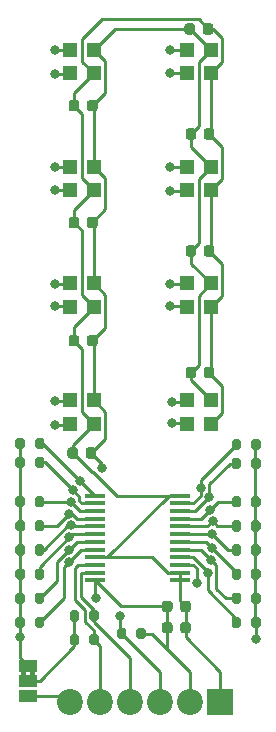
<source format=gtl>
%TF.GenerationSoftware,KiCad,Pcbnew,(5.1.12)-1*%
%TF.CreationDate,2022-08-18T12:31:04-07:00*%
%TF.ProjectId,HighPressureSensorArray,48696768-5072-4657-9373-75726553656e,rev?*%
%TF.SameCoordinates,Original*%
%TF.FileFunction,Copper,L1,Top*%
%TF.FilePolarity,Positive*%
%FSLAX46Y46*%
G04 Gerber Fmt 4.6, Leading zero omitted, Abs format (unit mm)*
G04 Created by KiCad (PCBNEW (5.1.12)-1) date 2022-08-18 12:31:04*
%MOMM*%
%LPD*%
G01*
G04 APERTURE LIST*
%TA.AperFunction,EtchedComponent*%
%ADD10C,0.100000*%
%TD*%
%TA.AperFunction,SMDPad,CuDef*%
%ADD11R,1.500000X1.000000*%
%TD*%
%TA.AperFunction,SMDPad,CuDef*%
%ADD12R,1.750000X0.450000*%
%TD*%
%TA.AperFunction,SMDPad,CuDef*%
%ADD13R,1.300000X1.300000*%
%TD*%
%TA.AperFunction,ComponentPad*%
%ADD14R,2.200000X2.200000*%
%TD*%
%TA.AperFunction,ComponentPad*%
%ADD15C,2.200000*%
%TD*%
%TA.AperFunction,ViaPad*%
%ADD16C,0.800000*%
%TD*%
%TA.AperFunction,Conductor*%
%ADD17C,0.250000*%
%TD*%
G04 APERTURE END LIST*
D10*
G36*
X120550000Y-91100000D02*
G01*
X120550000Y-91600000D01*
X120150000Y-91600000D01*
X120150000Y-91100000D01*
X120550000Y-91100000D01*
G37*
G36*
X121350000Y-91100000D02*
G01*
X121350000Y-91600000D01*
X120950000Y-91600000D01*
X120950000Y-91100000D01*
X121350000Y-91100000D01*
G37*
D11*
X120750000Y-90700000D03*
X120750000Y-93300000D03*
X120750000Y-92000000D03*
%TA.AperFunction,SMDPad,CuDef*%
G36*
G01*
X125725000Y-43550000D02*
X125725000Y-43050000D01*
G75*
G02*
X125950000Y-42825000I225000J0D01*
G01*
X126400000Y-42825000D01*
G75*
G02*
X126625000Y-43050000I0J-225000D01*
G01*
X126625000Y-43550000D01*
G75*
G02*
X126400000Y-43775000I-225000J0D01*
G01*
X125950000Y-43775000D01*
G75*
G02*
X125725000Y-43550000I0J225000D01*
G01*
G37*
%TD.AperFunction*%
%TA.AperFunction,SMDPad,CuDef*%
G36*
G01*
X124175000Y-43550000D02*
X124175000Y-43050000D01*
G75*
G02*
X124400000Y-42825000I225000J0D01*
G01*
X124850000Y-42825000D01*
G75*
G02*
X125075000Y-43050000I0J-225000D01*
G01*
X125075000Y-43550000D01*
G75*
G02*
X124850000Y-43775000I-225000J0D01*
G01*
X124400000Y-43775000D01*
G75*
G02*
X124175000Y-43550000I0J225000D01*
G01*
G37*
%TD.AperFunction*%
%TA.AperFunction,SMDPad,CuDef*%
G36*
G01*
X124175000Y-53450000D02*
X124175000Y-52950000D01*
G75*
G02*
X124400000Y-52725000I225000J0D01*
G01*
X124850000Y-52725000D01*
G75*
G02*
X125075000Y-52950000I0J-225000D01*
G01*
X125075000Y-53450000D01*
G75*
G02*
X124850000Y-53675000I-225000J0D01*
G01*
X124400000Y-53675000D01*
G75*
G02*
X124175000Y-53450000I0J225000D01*
G01*
G37*
%TD.AperFunction*%
%TA.AperFunction,SMDPad,CuDef*%
G36*
G01*
X125725000Y-53450000D02*
X125725000Y-52950000D01*
G75*
G02*
X125950000Y-52725000I225000J0D01*
G01*
X126400000Y-52725000D01*
G75*
G02*
X126625000Y-52950000I0J-225000D01*
G01*
X126625000Y-53450000D01*
G75*
G02*
X126400000Y-53675000I-225000J0D01*
G01*
X125950000Y-53675000D01*
G75*
G02*
X125725000Y-53450000I0J225000D01*
G01*
G37*
%TD.AperFunction*%
%TA.AperFunction,SMDPad,CuDef*%
G36*
G01*
X125725000Y-63450000D02*
X125725000Y-62950000D01*
G75*
G02*
X125950000Y-62725000I225000J0D01*
G01*
X126400000Y-62725000D01*
G75*
G02*
X126625000Y-62950000I0J-225000D01*
G01*
X126625000Y-63450000D01*
G75*
G02*
X126400000Y-63675000I-225000J0D01*
G01*
X125950000Y-63675000D01*
G75*
G02*
X125725000Y-63450000I0J225000D01*
G01*
G37*
%TD.AperFunction*%
%TA.AperFunction,SMDPad,CuDef*%
G36*
G01*
X124175000Y-63450000D02*
X124175000Y-62950000D01*
G75*
G02*
X124400000Y-62725000I225000J0D01*
G01*
X124850000Y-62725000D01*
G75*
G02*
X125075000Y-62950000I0J-225000D01*
G01*
X125075000Y-63450000D01*
G75*
G02*
X124850000Y-63675000I-225000J0D01*
G01*
X124400000Y-63675000D01*
G75*
G02*
X124175000Y-63450000I0J225000D01*
G01*
G37*
%TD.AperFunction*%
%TA.AperFunction,SMDPad,CuDef*%
G36*
G01*
X124075000Y-72950000D02*
X124075000Y-72450000D01*
G75*
G02*
X124300000Y-72225000I225000J0D01*
G01*
X124750000Y-72225000D01*
G75*
G02*
X124975000Y-72450000I0J-225000D01*
G01*
X124975000Y-72950000D01*
G75*
G02*
X124750000Y-73175000I-225000J0D01*
G01*
X124300000Y-73175000D01*
G75*
G02*
X124075000Y-72950000I0J225000D01*
G01*
G37*
%TD.AperFunction*%
%TA.AperFunction,SMDPad,CuDef*%
G36*
G01*
X125625000Y-72950000D02*
X125625000Y-72450000D01*
G75*
G02*
X125850000Y-72225000I225000J0D01*
G01*
X126300000Y-72225000D01*
G75*
G02*
X126525000Y-72450000I0J-225000D01*
G01*
X126525000Y-72950000D01*
G75*
G02*
X126300000Y-73175000I-225000J0D01*
G01*
X125850000Y-73175000D01*
G75*
G02*
X125625000Y-72950000I0J225000D01*
G01*
G37*
%TD.AperFunction*%
%TA.AperFunction,SMDPad,CuDef*%
G36*
G01*
X134875000Y-36550000D02*
X134875000Y-37050000D01*
G75*
G02*
X134650000Y-37275000I-225000J0D01*
G01*
X134200000Y-37275000D01*
G75*
G02*
X133975000Y-37050000I0J225000D01*
G01*
X133975000Y-36550000D01*
G75*
G02*
X134200000Y-36325000I225000J0D01*
G01*
X134650000Y-36325000D01*
G75*
G02*
X134875000Y-36550000I0J-225000D01*
G01*
G37*
%TD.AperFunction*%
%TA.AperFunction,SMDPad,CuDef*%
G36*
G01*
X136425000Y-36550000D02*
X136425000Y-37050000D01*
G75*
G02*
X136200000Y-37275000I-225000J0D01*
G01*
X135750000Y-37275000D01*
G75*
G02*
X135525000Y-37050000I0J225000D01*
G01*
X135525000Y-36550000D01*
G75*
G02*
X135750000Y-36325000I225000J0D01*
G01*
X136200000Y-36325000D01*
G75*
G02*
X136425000Y-36550000I0J-225000D01*
G01*
G37*
%TD.AperFunction*%
%TA.AperFunction,SMDPad,CuDef*%
G36*
G01*
X136525000Y-45450000D02*
X136525000Y-45950000D01*
G75*
G02*
X136300000Y-46175000I-225000J0D01*
G01*
X135850000Y-46175000D01*
G75*
G02*
X135625000Y-45950000I0J225000D01*
G01*
X135625000Y-45450000D01*
G75*
G02*
X135850000Y-45225000I225000J0D01*
G01*
X136300000Y-45225000D01*
G75*
G02*
X136525000Y-45450000I0J-225000D01*
G01*
G37*
%TD.AperFunction*%
%TA.AperFunction,SMDPad,CuDef*%
G36*
G01*
X134975000Y-45450000D02*
X134975000Y-45950000D01*
G75*
G02*
X134750000Y-46175000I-225000J0D01*
G01*
X134300000Y-46175000D01*
G75*
G02*
X134075000Y-45950000I0J225000D01*
G01*
X134075000Y-45450000D01*
G75*
G02*
X134300000Y-45225000I225000J0D01*
G01*
X134750000Y-45225000D01*
G75*
G02*
X134975000Y-45450000I0J-225000D01*
G01*
G37*
%TD.AperFunction*%
%TA.AperFunction,SMDPad,CuDef*%
G36*
G01*
X136525000Y-55350000D02*
X136525000Y-55850000D01*
G75*
G02*
X136300000Y-56075000I-225000J0D01*
G01*
X135850000Y-56075000D01*
G75*
G02*
X135625000Y-55850000I0J225000D01*
G01*
X135625000Y-55350000D01*
G75*
G02*
X135850000Y-55125000I225000J0D01*
G01*
X136300000Y-55125000D01*
G75*
G02*
X136525000Y-55350000I0J-225000D01*
G01*
G37*
%TD.AperFunction*%
%TA.AperFunction,SMDPad,CuDef*%
G36*
G01*
X134975000Y-55350000D02*
X134975000Y-55850000D01*
G75*
G02*
X134750000Y-56075000I-225000J0D01*
G01*
X134300000Y-56075000D01*
G75*
G02*
X134075000Y-55850000I0J225000D01*
G01*
X134075000Y-55350000D01*
G75*
G02*
X134300000Y-55125000I225000J0D01*
G01*
X134750000Y-55125000D01*
G75*
G02*
X134975000Y-55350000I0J-225000D01*
G01*
G37*
%TD.AperFunction*%
%TA.AperFunction,SMDPad,CuDef*%
G36*
G01*
X134975000Y-65650000D02*
X134975000Y-66150000D01*
G75*
G02*
X134750000Y-66375000I-225000J0D01*
G01*
X134300000Y-66375000D01*
G75*
G02*
X134075000Y-66150000I0J225000D01*
G01*
X134075000Y-65650000D01*
G75*
G02*
X134300000Y-65425000I225000J0D01*
G01*
X134750000Y-65425000D01*
G75*
G02*
X134975000Y-65650000I0J-225000D01*
G01*
G37*
%TD.AperFunction*%
%TA.AperFunction,SMDPad,CuDef*%
G36*
G01*
X136525000Y-65650000D02*
X136525000Y-66150000D01*
G75*
G02*
X136300000Y-66375000I-225000J0D01*
G01*
X135850000Y-66375000D01*
G75*
G02*
X135625000Y-66150000I0J225000D01*
G01*
X135625000Y-65650000D01*
G75*
G02*
X135850000Y-65425000I225000J0D01*
G01*
X136300000Y-65425000D01*
G75*
G02*
X136525000Y-65650000I0J-225000D01*
G01*
G37*
%TD.AperFunction*%
%TA.AperFunction,SMDPad,CuDef*%
G36*
G01*
X132075000Y-85950000D02*
X132075000Y-85450000D01*
G75*
G02*
X132300000Y-85225000I225000J0D01*
G01*
X132750000Y-85225000D01*
G75*
G02*
X132975000Y-85450000I0J-225000D01*
G01*
X132975000Y-85950000D01*
G75*
G02*
X132750000Y-86175000I-225000J0D01*
G01*
X132300000Y-86175000D01*
G75*
G02*
X132075000Y-85950000I0J225000D01*
G01*
G37*
%TD.AperFunction*%
%TA.AperFunction,SMDPad,CuDef*%
G36*
G01*
X133625000Y-85950000D02*
X133625000Y-85450000D01*
G75*
G02*
X133850000Y-85225000I225000J0D01*
G01*
X134300000Y-85225000D01*
G75*
G02*
X134525000Y-85450000I0J-225000D01*
G01*
X134525000Y-85950000D01*
G75*
G02*
X134300000Y-86175000I-225000J0D01*
G01*
X133850000Y-86175000D01*
G75*
G02*
X133625000Y-85950000I0J225000D01*
G01*
G37*
%TD.AperFunction*%
%TA.AperFunction,SMDPad,CuDef*%
G36*
G01*
X133625000Y-87750000D02*
X133625000Y-87250000D01*
G75*
G02*
X133850000Y-87025000I225000J0D01*
G01*
X134300000Y-87025000D01*
G75*
G02*
X134525000Y-87250000I0J-225000D01*
G01*
X134525000Y-87750000D01*
G75*
G02*
X134300000Y-87975000I-225000J0D01*
G01*
X133850000Y-87975000D01*
G75*
G02*
X133625000Y-87750000I0J225000D01*
G01*
G37*
%TD.AperFunction*%
%TA.AperFunction,SMDPad,CuDef*%
G36*
G01*
X132075000Y-87750000D02*
X132075000Y-87250000D01*
G75*
G02*
X132300000Y-87025000I225000J0D01*
G01*
X132750000Y-87025000D01*
G75*
G02*
X132975000Y-87250000I0J-225000D01*
G01*
X132975000Y-87750000D01*
G75*
G02*
X132750000Y-87975000I-225000J0D01*
G01*
X132300000Y-87975000D01*
G75*
G02*
X132075000Y-87750000I0J225000D01*
G01*
G37*
%TD.AperFunction*%
%TA.AperFunction,SMDPad,CuDef*%
G36*
G01*
X138775000Y-73325000D02*
X138775000Y-73875000D01*
G75*
G02*
X138575000Y-74075000I-200000J0D01*
G01*
X138175000Y-74075000D01*
G75*
G02*
X137975000Y-73875000I0J200000D01*
G01*
X137975000Y-73325000D01*
G75*
G02*
X138175000Y-73125000I200000J0D01*
G01*
X138575000Y-73125000D01*
G75*
G02*
X138775000Y-73325000I0J-200000D01*
G01*
G37*
%TD.AperFunction*%
%TA.AperFunction,SMDPad,CuDef*%
G36*
G01*
X140425000Y-73325000D02*
X140425000Y-73875000D01*
G75*
G02*
X140225000Y-74075000I-200000J0D01*
G01*
X139825000Y-74075000D01*
G75*
G02*
X139625000Y-73875000I0J200000D01*
G01*
X139625000Y-73325000D01*
G75*
G02*
X139825000Y-73125000I200000J0D01*
G01*
X140225000Y-73125000D01*
G75*
G02*
X140425000Y-73325000I0J-200000D01*
G01*
G37*
%TD.AperFunction*%
%TA.AperFunction,SMDPad,CuDef*%
G36*
G01*
X140425000Y-71725000D02*
X140425000Y-72275000D01*
G75*
G02*
X140225000Y-72475000I-200000J0D01*
G01*
X139825000Y-72475000D01*
G75*
G02*
X139625000Y-72275000I0J200000D01*
G01*
X139625000Y-71725000D01*
G75*
G02*
X139825000Y-71525000I200000J0D01*
G01*
X140225000Y-71525000D01*
G75*
G02*
X140425000Y-71725000I0J-200000D01*
G01*
G37*
%TD.AperFunction*%
%TA.AperFunction,SMDPad,CuDef*%
G36*
G01*
X138775000Y-71725000D02*
X138775000Y-72275000D01*
G75*
G02*
X138575000Y-72475000I-200000J0D01*
G01*
X138175000Y-72475000D01*
G75*
G02*
X137975000Y-72275000I0J200000D01*
G01*
X137975000Y-71725000D01*
G75*
G02*
X138175000Y-71525000I200000J0D01*
G01*
X138575000Y-71525000D01*
G75*
G02*
X138775000Y-71725000I0J-200000D01*
G01*
G37*
%TD.AperFunction*%
%TA.AperFunction,SMDPad,CuDef*%
G36*
G01*
X140425000Y-78604590D02*
X140425000Y-79154590D01*
G75*
G02*
X140225000Y-79354590I-200000J0D01*
G01*
X139825000Y-79354590D01*
G75*
G02*
X139625000Y-79154590I0J200000D01*
G01*
X139625000Y-78604590D01*
G75*
G02*
X139825000Y-78404590I200000J0D01*
G01*
X140225000Y-78404590D01*
G75*
G02*
X140425000Y-78604590I0J-200000D01*
G01*
G37*
%TD.AperFunction*%
%TA.AperFunction,SMDPad,CuDef*%
G36*
G01*
X138775000Y-78604590D02*
X138775000Y-79154590D01*
G75*
G02*
X138575000Y-79354590I-200000J0D01*
G01*
X138175000Y-79354590D01*
G75*
G02*
X137975000Y-79154590I0J200000D01*
G01*
X137975000Y-78604590D01*
G75*
G02*
X138175000Y-78404590I200000J0D01*
G01*
X138575000Y-78404590D01*
G75*
G02*
X138775000Y-78604590I0J-200000D01*
G01*
G37*
%TD.AperFunction*%
%TA.AperFunction,SMDPad,CuDef*%
G36*
G01*
X138775000Y-76563774D02*
X138775000Y-77113774D01*
G75*
G02*
X138575000Y-77313774I-200000J0D01*
G01*
X138175000Y-77313774D01*
G75*
G02*
X137975000Y-77113774I0J200000D01*
G01*
X137975000Y-76563774D01*
G75*
G02*
X138175000Y-76363774I200000J0D01*
G01*
X138575000Y-76363774D01*
G75*
G02*
X138775000Y-76563774I0J-200000D01*
G01*
G37*
%TD.AperFunction*%
%TA.AperFunction,SMDPad,CuDef*%
G36*
G01*
X140425000Y-76563774D02*
X140425000Y-77113774D01*
G75*
G02*
X140225000Y-77313774I-200000J0D01*
G01*
X139825000Y-77313774D01*
G75*
G02*
X139625000Y-77113774I0J200000D01*
G01*
X139625000Y-76563774D01*
G75*
G02*
X139825000Y-76363774I200000J0D01*
G01*
X140225000Y-76363774D01*
G75*
G02*
X140425000Y-76563774I0J-200000D01*
G01*
G37*
%TD.AperFunction*%
%TA.AperFunction,SMDPad,CuDef*%
G36*
G01*
X138775000Y-82686222D02*
X138775000Y-83236222D01*
G75*
G02*
X138575000Y-83436222I-200000J0D01*
G01*
X138175000Y-83436222D01*
G75*
G02*
X137975000Y-83236222I0J200000D01*
G01*
X137975000Y-82686222D01*
G75*
G02*
X138175000Y-82486222I200000J0D01*
G01*
X138575000Y-82486222D01*
G75*
G02*
X138775000Y-82686222I0J-200000D01*
G01*
G37*
%TD.AperFunction*%
%TA.AperFunction,SMDPad,CuDef*%
G36*
G01*
X140425000Y-82686222D02*
X140425000Y-83236222D01*
G75*
G02*
X140225000Y-83436222I-200000J0D01*
G01*
X139825000Y-83436222D01*
G75*
G02*
X139625000Y-83236222I0J200000D01*
G01*
X139625000Y-82686222D01*
G75*
G02*
X139825000Y-82486222I200000J0D01*
G01*
X140225000Y-82486222D01*
G75*
G02*
X140425000Y-82686222I0J-200000D01*
G01*
G37*
%TD.AperFunction*%
%TA.AperFunction,SMDPad,CuDef*%
G36*
G01*
X140425000Y-80645406D02*
X140425000Y-81195406D01*
G75*
G02*
X140225000Y-81395406I-200000J0D01*
G01*
X139825000Y-81395406D01*
G75*
G02*
X139625000Y-81195406I0J200000D01*
G01*
X139625000Y-80645406D01*
G75*
G02*
X139825000Y-80445406I200000J0D01*
G01*
X140225000Y-80445406D01*
G75*
G02*
X140425000Y-80645406I0J-200000D01*
G01*
G37*
%TD.AperFunction*%
%TA.AperFunction,SMDPad,CuDef*%
G36*
G01*
X138775000Y-80645406D02*
X138775000Y-81195406D01*
G75*
G02*
X138575000Y-81395406I-200000J0D01*
G01*
X138175000Y-81395406D01*
G75*
G02*
X137975000Y-81195406I0J200000D01*
G01*
X137975000Y-80645406D01*
G75*
G02*
X138175000Y-80445406I200000J0D01*
G01*
X138575000Y-80445406D01*
G75*
G02*
X138775000Y-80645406I0J-200000D01*
G01*
G37*
%TD.AperFunction*%
%TA.AperFunction,SMDPad,CuDef*%
G36*
G01*
X140425000Y-86767857D02*
X140425000Y-87317857D01*
G75*
G02*
X140225000Y-87517857I-200000J0D01*
G01*
X139825000Y-87517857D01*
G75*
G02*
X139625000Y-87317857I0J200000D01*
G01*
X139625000Y-86767857D01*
G75*
G02*
X139825000Y-86567857I200000J0D01*
G01*
X140225000Y-86567857D01*
G75*
G02*
X140425000Y-86767857I0J-200000D01*
G01*
G37*
%TD.AperFunction*%
%TA.AperFunction,SMDPad,CuDef*%
G36*
G01*
X138775000Y-86767857D02*
X138775000Y-87317857D01*
G75*
G02*
X138575000Y-87517857I-200000J0D01*
G01*
X138175000Y-87517857D01*
G75*
G02*
X137975000Y-87317857I0J200000D01*
G01*
X137975000Y-86767857D01*
G75*
G02*
X138175000Y-86567857I200000J0D01*
G01*
X138575000Y-86567857D01*
G75*
G02*
X138775000Y-86767857I0J-200000D01*
G01*
G37*
%TD.AperFunction*%
%TA.AperFunction,SMDPad,CuDef*%
G36*
G01*
X138775000Y-84727038D02*
X138775000Y-85277038D01*
G75*
G02*
X138575000Y-85477038I-200000J0D01*
G01*
X138175000Y-85477038D01*
G75*
G02*
X137975000Y-85277038I0J200000D01*
G01*
X137975000Y-84727038D01*
G75*
G02*
X138175000Y-84527038I200000J0D01*
G01*
X138575000Y-84527038D01*
G75*
G02*
X138775000Y-84727038I0J-200000D01*
G01*
G37*
%TD.AperFunction*%
%TA.AperFunction,SMDPad,CuDef*%
G36*
G01*
X140425000Y-84727038D02*
X140425000Y-85277038D01*
G75*
G02*
X140225000Y-85477038I-200000J0D01*
G01*
X139825000Y-85477038D01*
G75*
G02*
X139625000Y-85277038I0J200000D01*
G01*
X139625000Y-84727038D01*
G75*
G02*
X139825000Y-84527038I200000J0D01*
G01*
X140225000Y-84527038D01*
G75*
G02*
X140425000Y-84727038I0J-200000D01*
G01*
G37*
%TD.AperFunction*%
%TA.AperFunction,SMDPad,CuDef*%
G36*
G01*
X119675000Y-85276016D02*
X119675000Y-84726016D01*
G75*
G02*
X119875000Y-84526016I200000J0D01*
G01*
X120275000Y-84526016D01*
G75*
G02*
X120475000Y-84726016I0J-200000D01*
G01*
X120475000Y-85276016D01*
G75*
G02*
X120275000Y-85476016I-200000J0D01*
G01*
X119875000Y-85476016D01*
G75*
G02*
X119675000Y-85276016I0J200000D01*
G01*
G37*
%TD.AperFunction*%
%TA.AperFunction,SMDPad,CuDef*%
G36*
G01*
X121325000Y-85276016D02*
X121325000Y-84726016D01*
G75*
G02*
X121525000Y-84526016I200000J0D01*
G01*
X121925000Y-84526016D01*
G75*
G02*
X122125000Y-84726016I0J-200000D01*
G01*
X122125000Y-85276016D01*
G75*
G02*
X121925000Y-85476016I-200000J0D01*
G01*
X121525000Y-85476016D01*
G75*
G02*
X121325000Y-85276016I0J200000D01*
G01*
G37*
%TD.AperFunction*%
%TA.AperFunction,SMDPad,CuDef*%
G36*
G01*
X119675000Y-87317857D02*
X119675000Y-86767857D01*
G75*
G02*
X119875000Y-86567857I200000J0D01*
G01*
X120275000Y-86567857D01*
G75*
G02*
X120475000Y-86767857I0J-200000D01*
G01*
X120475000Y-87317857D01*
G75*
G02*
X120275000Y-87517857I-200000J0D01*
G01*
X119875000Y-87517857D01*
G75*
G02*
X119675000Y-87317857I0J200000D01*
G01*
G37*
%TD.AperFunction*%
%TA.AperFunction,SMDPad,CuDef*%
G36*
G01*
X121325000Y-87317857D02*
X121325000Y-86767857D01*
G75*
G02*
X121525000Y-86567857I200000J0D01*
G01*
X121925000Y-86567857D01*
G75*
G02*
X122125000Y-86767857I0J-200000D01*
G01*
X122125000Y-87317857D01*
G75*
G02*
X121925000Y-87517857I-200000J0D01*
G01*
X121525000Y-87517857D01*
G75*
G02*
X121325000Y-87317857I0J200000D01*
G01*
G37*
%TD.AperFunction*%
%TA.AperFunction,SMDPad,CuDef*%
G36*
G01*
X119675000Y-81192344D02*
X119675000Y-80642344D01*
G75*
G02*
X119875000Y-80442344I200000J0D01*
G01*
X120275000Y-80442344D01*
G75*
G02*
X120475000Y-80642344I0J-200000D01*
G01*
X120475000Y-81192344D01*
G75*
G02*
X120275000Y-81392344I-200000J0D01*
G01*
X119875000Y-81392344D01*
G75*
G02*
X119675000Y-81192344I0J200000D01*
G01*
G37*
%TD.AperFunction*%
%TA.AperFunction,SMDPad,CuDef*%
G36*
G01*
X121325000Y-81192344D02*
X121325000Y-80642344D01*
G75*
G02*
X121525000Y-80442344I200000J0D01*
G01*
X121925000Y-80442344D01*
G75*
G02*
X122125000Y-80642344I0J-200000D01*
G01*
X122125000Y-81192344D01*
G75*
G02*
X121925000Y-81392344I-200000J0D01*
G01*
X121525000Y-81392344D01*
G75*
G02*
X121325000Y-81192344I0J200000D01*
G01*
G37*
%TD.AperFunction*%
%TA.AperFunction,SMDPad,CuDef*%
G36*
G01*
X121325000Y-83234180D02*
X121325000Y-82684180D01*
G75*
G02*
X121525000Y-82484180I200000J0D01*
G01*
X121925000Y-82484180D01*
G75*
G02*
X122125000Y-82684180I0J-200000D01*
G01*
X122125000Y-83234180D01*
G75*
G02*
X121925000Y-83434180I-200000J0D01*
G01*
X121525000Y-83434180D01*
G75*
G02*
X121325000Y-83234180I0J200000D01*
G01*
G37*
%TD.AperFunction*%
%TA.AperFunction,SMDPad,CuDef*%
G36*
G01*
X119675000Y-83234180D02*
X119675000Y-82684180D01*
G75*
G02*
X119875000Y-82484180I200000J0D01*
G01*
X120275000Y-82484180D01*
G75*
G02*
X120475000Y-82684180I0J-200000D01*
G01*
X120475000Y-83234180D01*
G75*
G02*
X120275000Y-83434180I-200000J0D01*
G01*
X119875000Y-83434180D01*
G75*
G02*
X119675000Y-83234180I0J200000D01*
G01*
G37*
%TD.AperFunction*%
%TA.AperFunction,SMDPad,CuDef*%
G36*
G01*
X119675000Y-77108672D02*
X119675000Y-76558672D01*
G75*
G02*
X119875000Y-76358672I200000J0D01*
G01*
X120275000Y-76358672D01*
G75*
G02*
X120475000Y-76558672I0J-200000D01*
G01*
X120475000Y-77108672D01*
G75*
G02*
X120275000Y-77308672I-200000J0D01*
G01*
X119875000Y-77308672D01*
G75*
G02*
X119675000Y-77108672I0J200000D01*
G01*
G37*
%TD.AperFunction*%
%TA.AperFunction,SMDPad,CuDef*%
G36*
G01*
X121325000Y-77108672D02*
X121325000Y-76558672D01*
G75*
G02*
X121525000Y-76358672I200000J0D01*
G01*
X121925000Y-76358672D01*
G75*
G02*
X122125000Y-76558672I0J-200000D01*
G01*
X122125000Y-77108672D01*
G75*
G02*
X121925000Y-77308672I-200000J0D01*
G01*
X121525000Y-77308672D01*
G75*
G02*
X121325000Y-77108672I0J200000D01*
G01*
G37*
%TD.AperFunction*%
%TA.AperFunction,SMDPad,CuDef*%
G36*
G01*
X121325000Y-79150508D02*
X121325000Y-78600508D01*
G75*
G02*
X121525000Y-78400508I200000J0D01*
G01*
X121925000Y-78400508D01*
G75*
G02*
X122125000Y-78600508I0J-200000D01*
G01*
X122125000Y-79150508D01*
G75*
G02*
X121925000Y-79350508I-200000J0D01*
G01*
X121525000Y-79350508D01*
G75*
G02*
X121325000Y-79150508I0J200000D01*
G01*
G37*
%TD.AperFunction*%
%TA.AperFunction,SMDPad,CuDef*%
G36*
G01*
X119675000Y-79150508D02*
X119675000Y-78600508D01*
G75*
G02*
X119875000Y-78400508I200000J0D01*
G01*
X120275000Y-78400508D01*
G75*
G02*
X120475000Y-78600508I0J-200000D01*
G01*
X120475000Y-79150508D01*
G75*
G02*
X120275000Y-79350508I-200000J0D01*
G01*
X119875000Y-79350508D01*
G75*
G02*
X119675000Y-79150508I0J200000D01*
G01*
G37*
%TD.AperFunction*%
%TA.AperFunction,SMDPad,CuDef*%
G36*
G01*
X119675000Y-72175000D02*
X119675000Y-71625000D01*
G75*
G02*
X119875000Y-71425000I200000J0D01*
G01*
X120275000Y-71425000D01*
G75*
G02*
X120475000Y-71625000I0J-200000D01*
G01*
X120475000Y-72175000D01*
G75*
G02*
X120275000Y-72375000I-200000J0D01*
G01*
X119875000Y-72375000D01*
G75*
G02*
X119675000Y-72175000I0J200000D01*
G01*
G37*
%TD.AperFunction*%
%TA.AperFunction,SMDPad,CuDef*%
G36*
G01*
X121325000Y-72175000D02*
X121325000Y-71625000D01*
G75*
G02*
X121525000Y-71425000I200000J0D01*
G01*
X121925000Y-71425000D01*
G75*
G02*
X122125000Y-71625000I0J-200000D01*
G01*
X122125000Y-72175000D01*
G75*
G02*
X121925000Y-72375000I-200000J0D01*
G01*
X121525000Y-72375000D01*
G75*
G02*
X121325000Y-72175000I0J200000D01*
G01*
G37*
%TD.AperFunction*%
%TA.AperFunction,SMDPad,CuDef*%
G36*
G01*
X121325000Y-73775000D02*
X121325000Y-73225000D01*
G75*
G02*
X121525000Y-73025000I200000J0D01*
G01*
X121925000Y-73025000D01*
G75*
G02*
X122125000Y-73225000I0J-200000D01*
G01*
X122125000Y-73775000D01*
G75*
G02*
X121925000Y-73975000I-200000J0D01*
G01*
X121525000Y-73975000D01*
G75*
G02*
X121325000Y-73775000I0J200000D01*
G01*
G37*
%TD.AperFunction*%
%TA.AperFunction,SMDPad,CuDef*%
G36*
G01*
X119675000Y-73775000D02*
X119675000Y-73225000D01*
G75*
G02*
X119875000Y-73025000I200000J0D01*
G01*
X120275000Y-73025000D01*
G75*
G02*
X120475000Y-73225000I0J-200000D01*
G01*
X120475000Y-73775000D01*
G75*
G02*
X120275000Y-73975000I-200000J0D01*
G01*
X119875000Y-73975000D01*
G75*
G02*
X119675000Y-73775000I0J200000D01*
G01*
G37*
%TD.AperFunction*%
%TA.AperFunction,SMDPad,CuDef*%
G36*
G01*
X126725000Y-88225000D02*
X126725000Y-88775000D01*
G75*
G02*
X126525000Y-88975000I-200000J0D01*
G01*
X126125000Y-88975000D01*
G75*
G02*
X125925000Y-88775000I0J200000D01*
G01*
X125925000Y-88225000D01*
G75*
G02*
X126125000Y-88025000I200000J0D01*
G01*
X126525000Y-88025000D01*
G75*
G02*
X126725000Y-88225000I0J-200000D01*
G01*
G37*
%TD.AperFunction*%
%TA.AperFunction,SMDPad,CuDef*%
G36*
G01*
X125075000Y-88225000D02*
X125075000Y-88775000D01*
G75*
G02*
X124875000Y-88975000I-200000J0D01*
G01*
X124475000Y-88975000D01*
G75*
G02*
X124275000Y-88775000I0J200000D01*
G01*
X124275000Y-88225000D01*
G75*
G02*
X124475000Y-88025000I200000J0D01*
G01*
X124875000Y-88025000D01*
G75*
G02*
X125075000Y-88225000I0J-200000D01*
G01*
G37*
%TD.AperFunction*%
%TA.AperFunction,SMDPad,CuDef*%
G36*
G01*
X125075000Y-86225000D02*
X125075000Y-86775000D01*
G75*
G02*
X124875000Y-86975000I-200000J0D01*
G01*
X124475000Y-86975000D01*
G75*
G02*
X124275000Y-86775000I0J200000D01*
G01*
X124275000Y-86225000D01*
G75*
G02*
X124475000Y-86025000I200000J0D01*
G01*
X124875000Y-86025000D01*
G75*
G02*
X125075000Y-86225000I0J-200000D01*
G01*
G37*
%TD.AperFunction*%
%TA.AperFunction,SMDPad,CuDef*%
G36*
G01*
X126725000Y-86225000D02*
X126725000Y-86775000D01*
G75*
G02*
X126525000Y-86975000I-200000J0D01*
G01*
X126125000Y-86975000D01*
G75*
G02*
X125925000Y-86775000I0J200000D01*
G01*
X125925000Y-86225000D01*
G75*
G02*
X126125000Y-86025000I200000J0D01*
G01*
X126525000Y-86025000D01*
G75*
G02*
X126725000Y-86225000I0J-200000D01*
G01*
G37*
%TD.AperFunction*%
%TA.AperFunction,SMDPad,CuDef*%
G36*
G01*
X129075000Y-87725000D02*
X129075000Y-88275000D01*
G75*
G02*
X128875000Y-88475000I-200000J0D01*
G01*
X128475000Y-88475000D01*
G75*
G02*
X128275000Y-88275000I0J200000D01*
G01*
X128275000Y-87725000D01*
G75*
G02*
X128475000Y-87525000I200000J0D01*
G01*
X128875000Y-87525000D01*
G75*
G02*
X129075000Y-87725000I0J-200000D01*
G01*
G37*
%TD.AperFunction*%
%TA.AperFunction,SMDPad,CuDef*%
G36*
G01*
X130725000Y-87725000D02*
X130725000Y-88275000D01*
G75*
G02*
X130525000Y-88475000I-200000J0D01*
G01*
X130125000Y-88475000D01*
G75*
G02*
X129925000Y-88275000I0J200000D01*
G01*
X129925000Y-87725000D01*
G75*
G02*
X130125000Y-87525000I200000J0D01*
G01*
X130525000Y-87525000D01*
G75*
G02*
X130725000Y-87725000I0J-200000D01*
G01*
G37*
%TD.AperFunction*%
D12*
X133600000Y-83475000D03*
X133600000Y-82825000D03*
X133600000Y-82175000D03*
X133600000Y-81525000D03*
X133600000Y-80875000D03*
X133600000Y-80225000D03*
X133600000Y-79575000D03*
X133600000Y-78925000D03*
X133600000Y-78275000D03*
X133600000Y-77625000D03*
X133600000Y-76975000D03*
X133600000Y-76325000D03*
X126400000Y-76325000D03*
X126400000Y-76975000D03*
X126400000Y-77625000D03*
X126400000Y-78275000D03*
X126400000Y-78925000D03*
X126400000Y-79575000D03*
X126400000Y-80225000D03*
X126400000Y-80875000D03*
X126400000Y-81525000D03*
X126400000Y-82175000D03*
X126400000Y-82825000D03*
X126400000Y-83475000D03*
D13*
X136212600Y-68250400D03*
X136212600Y-70250400D03*
X134212600Y-68250400D03*
X134212600Y-70250400D03*
X136212600Y-58350400D03*
X136212600Y-60350400D03*
X134212600Y-58350400D03*
X134212600Y-60350400D03*
X136212600Y-48450400D03*
X136212600Y-50450400D03*
X134212600Y-48450400D03*
X134212600Y-50450400D03*
X134212600Y-40550400D03*
X134212600Y-38550400D03*
X136212600Y-40550400D03*
X136212600Y-38550400D03*
X124312600Y-40550400D03*
X124312600Y-38550400D03*
X126312600Y-40550400D03*
X126312600Y-38550400D03*
X126312600Y-48450400D03*
X126312600Y-50450400D03*
X124312600Y-48450400D03*
X124312600Y-50450400D03*
X124312600Y-60350400D03*
X124312600Y-58350400D03*
X126312600Y-60350400D03*
X126312600Y-58350400D03*
X124312600Y-70250400D03*
X124312600Y-68250400D03*
X126312600Y-70250400D03*
X126312600Y-68250400D03*
D14*
X137000000Y-93750000D03*
D15*
X134460000Y-93750000D03*
X131920000Y-93750000D03*
X129380000Y-93750000D03*
X126840000Y-93750000D03*
X124300000Y-93750000D03*
D16*
X135075014Y-83690823D03*
X128500000Y-86500000D03*
X140025000Y-88475000D03*
X126500000Y-84999992D03*
X120075000Y-88325000D03*
X127000004Y-74000000D03*
X132899996Y-70200000D03*
X136071928Y-76416863D03*
X132900000Y-68400000D03*
X135346918Y-75675918D03*
X136366985Y-78488605D03*
X132799998Y-60300000D03*
X136143606Y-77513861D03*
X132800002Y-58400000D03*
X136335351Y-80736365D03*
X132800000Y-50500000D03*
X136336190Y-79586190D03*
X132800000Y-48500000D03*
X135957015Y-82847552D03*
X132800000Y-40500000D03*
X136249994Y-81750000D03*
X132800000Y-38600000D03*
X124192304Y-80895655D03*
X123000000Y-40600000D03*
X124171929Y-81941350D03*
X123000000Y-38600000D03*
X124359739Y-78825371D03*
X123000000Y-50400006D03*
X124243979Y-79818660D03*
X123000000Y-48500000D03*
X124367944Y-76842625D03*
X122999992Y-60300000D03*
X124231006Y-77833680D03*
X123000000Y-58400000D03*
X123025010Y-70300000D03*
X125154397Y-75044205D03*
X123000000Y-68300000D03*
X124566795Y-75862583D03*
D17*
X135024999Y-83640808D02*
X135075014Y-83690823D01*
X134725000Y-82175000D02*
X135024999Y-82474999D01*
X133600000Y-82175000D02*
X134725000Y-82175000D01*
X135024999Y-82474999D02*
X135024999Y-83640808D01*
X128500000Y-87825000D02*
X128675000Y-88000000D01*
X128500000Y-86500000D02*
X128500000Y-87825000D01*
X131920000Y-91250000D02*
X131920000Y-93750000D01*
X128675000Y-88005000D02*
X131920000Y-91250000D01*
X128675000Y-88000000D02*
X128675000Y-88005000D01*
X130275000Y-85700000D02*
X132525000Y-85700000D01*
X132525000Y-85700000D02*
X132525000Y-87500000D01*
X132525000Y-85700000D02*
X128625000Y-85700000D01*
X127562500Y-84637500D02*
X126400000Y-83475000D01*
X128625000Y-85700000D02*
X127562500Y-84637500D01*
X140025000Y-87042857D02*
X140025000Y-88475000D01*
X140025000Y-88475000D02*
X140025000Y-88475000D01*
X126400000Y-84899992D02*
X126500000Y-84999992D01*
X126400000Y-83475000D02*
X126400000Y-84899992D01*
X120075000Y-87042857D02*
X120075000Y-88325000D01*
X120075000Y-88325000D02*
X120075000Y-88325000D01*
X130325000Y-88000000D02*
X130325000Y-88191410D01*
X120075000Y-90025000D02*
X120750000Y-90700000D01*
X120075000Y-88325000D02*
X120075000Y-90025000D01*
X132525000Y-87500000D02*
X132525000Y-89265000D01*
X131260000Y-88000000D02*
X132525000Y-89265000D01*
X130325000Y-88000000D02*
X131260000Y-88000000D01*
X140000000Y-72025000D02*
X140000000Y-87000000D01*
X140025000Y-72000000D02*
X140000000Y-72025000D01*
X120075000Y-71900000D02*
X120075000Y-87042857D01*
X127000004Y-73625004D02*
X126075000Y-72700000D01*
X127000004Y-74000000D02*
X127000004Y-73625004D01*
X127287601Y-69225401D02*
X126312600Y-68250400D01*
X127287601Y-71487399D02*
X127287601Y-69225401D01*
X126075000Y-72700000D02*
X127287601Y-71487399D01*
X126312600Y-63337600D02*
X126175000Y-63200000D01*
X126312600Y-68250400D02*
X126312600Y-63337600D01*
X127287601Y-59325401D02*
X126312600Y-58350400D01*
X127287601Y-62087399D02*
X127287601Y-59325401D01*
X126175000Y-63200000D02*
X127287601Y-62087399D01*
X126312600Y-53337600D02*
X126175000Y-53200000D01*
X126312600Y-58350400D02*
X126312600Y-53337600D01*
X127287601Y-49425401D02*
X126312600Y-48450400D01*
X127287601Y-52087399D02*
X127287601Y-49425401D01*
X126175000Y-53200000D02*
X127287601Y-52087399D01*
X126312600Y-43437600D02*
X126175000Y-43300000D01*
X126312600Y-48450400D02*
X126312600Y-43437600D01*
X127287601Y-39525401D02*
X126312600Y-38550400D01*
X127287601Y-42187399D02*
X127287601Y-39525401D01*
X126175000Y-43300000D02*
X127287601Y-42187399D01*
X128063000Y-36800000D02*
X134425000Y-36800000D01*
X126312600Y-38550400D02*
X128063000Y-36800000D01*
X134462200Y-36800000D02*
X136212600Y-38550400D01*
X134425000Y-36800000D02*
X134462200Y-36800000D01*
X135187601Y-45037399D02*
X134525000Y-45700000D01*
X135187601Y-39575399D02*
X135187601Y-45037399D01*
X136212600Y-38550400D02*
X135187601Y-39575399D01*
X134525000Y-46762800D02*
X136212600Y-48450400D01*
X134525000Y-45700000D02*
X134525000Y-46762800D01*
X135187601Y-54937399D02*
X134525000Y-55600000D01*
X135187601Y-49475399D02*
X135187601Y-54937399D01*
X136212600Y-48450400D02*
X135187601Y-49475399D01*
X134525000Y-56662800D02*
X136212600Y-58350400D01*
X134525000Y-55600000D02*
X134525000Y-56662800D01*
X135187601Y-65237399D02*
X134525000Y-65900000D01*
X135187601Y-59375399D02*
X135187601Y-65237399D01*
X136212600Y-58350400D02*
X135187601Y-59375399D01*
X134525000Y-66562800D02*
X136212600Y-68250400D01*
X134525000Y-65900000D02*
X134525000Y-66562800D01*
X134460000Y-91210000D02*
X134460000Y-93750000D01*
X132520000Y-89270000D02*
X134460000Y-91210000D01*
X132525000Y-89265000D02*
X132520000Y-89270000D01*
X133600000Y-82825000D02*
X133600000Y-83475000D01*
X133600000Y-85225000D02*
X134075000Y-85700000D01*
X133600000Y-83475000D02*
X133600000Y-85225000D01*
X134075000Y-85700000D02*
X134075000Y-87500000D01*
X127435002Y-81525000D02*
X126400000Y-81525000D01*
X132635002Y-76325000D02*
X127435002Y-81525000D01*
X133600000Y-76325000D02*
X132635002Y-76325000D01*
X132564998Y-82825000D02*
X133600000Y-82825000D01*
X131264998Y-81525000D02*
X132564998Y-82825000D01*
X126400000Y-81525000D02*
X131264998Y-81525000D01*
X126173002Y-74348002D02*
X124525000Y-72700000D01*
X126274778Y-74348002D02*
X126173002Y-74348002D01*
X128251776Y-76325000D02*
X126274778Y-74348002D01*
X133600000Y-76325000D02*
X128251776Y-76325000D01*
X124525000Y-72038000D02*
X126312600Y-70250400D01*
X124525000Y-72700000D02*
X124525000Y-72038000D01*
X125287601Y-63862601D02*
X124625000Y-63200000D01*
X125287601Y-69225401D02*
X125287601Y-63862601D01*
X126312600Y-70250400D02*
X125287601Y-69225401D01*
X124625000Y-62038000D02*
X126312600Y-60350400D01*
X124625000Y-63200000D02*
X124625000Y-62038000D01*
X125287601Y-53862601D02*
X124625000Y-53200000D01*
X125287601Y-59325401D02*
X125287601Y-53862601D01*
X126312600Y-60350400D02*
X125287601Y-59325401D01*
X124625000Y-52138000D02*
X126312600Y-50450400D01*
X124625000Y-53200000D02*
X124625000Y-52138000D01*
X125287601Y-43962601D02*
X124625000Y-43300000D01*
X125287601Y-49425401D02*
X125287601Y-43962601D01*
X126312600Y-50450400D02*
X125287601Y-49425401D01*
X124625000Y-42238000D02*
X126312600Y-40550400D01*
X124625000Y-43300000D02*
X124625000Y-42238000D01*
X135174990Y-35999990D02*
X135975000Y-36800000D01*
X126978008Y-35999990D02*
X135174990Y-35999990D01*
X125337599Y-37640399D02*
X126978008Y-35999990D01*
X125337599Y-39575399D02*
X125337599Y-37640399D01*
X126312600Y-40550400D02*
X125337599Y-39575399D01*
X137187601Y-39575399D02*
X136212600Y-40550400D01*
X137187601Y-37562601D02*
X137187601Y-39575399D01*
X136425000Y-36800000D02*
X137187601Y-37562601D01*
X135975000Y-36800000D02*
X136425000Y-36800000D01*
X136212600Y-45562400D02*
X136075000Y-45700000D01*
X136212600Y-40550400D02*
X136212600Y-45562400D01*
X137187601Y-49475399D02*
X136212600Y-50450400D01*
X137187601Y-46812601D02*
X137187601Y-49475399D01*
X136075000Y-45700000D02*
X137187601Y-46812601D01*
X136212600Y-55462400D02*
X136075000Y-55600000D01*
X136212600Y-50450400D02*
X136212600Y-55462400D01*
X137187601Y-59375399D02*
X136212600Y-60350400D01*
X137187601Y-56712601D02*
X137187601Y-59375399D01*
X136075000Y-55600000D02*
X137187601Y-56712601D01*
X136212600Y-65762400D02*
X136075000Y-65900000D01*
X136212600Y-60350400D02*
X136212600Y-65762400D01*
X137187601Y-69275399D02*
X136212600Y-70250400D01*
X137187601Y-67012601D02*
X137187601Y-69275399D01*
X136075000Y-65900000D02*
X137187601Y-67012601D01*
X137000000Y-91250000D02*
X137000000Y-93750000D01*
X134075000Y-88325000D02*
X137000000Y-91250000D01*
X134075000Y-87500000D02*
X134075000Y-88325000D01*
X126325000Y-86025000D02*
X126325000Y-86500000D01*
X125199999Y-83960001D02*
X125200011Y-83960013D01*
X125275000Y-82825000D02*
X125199999Y-82900001D01*
X125200011Y-83960013D02*
X125200011Y-84900011D01*
X126400000Y-82825000D02*
X125275000Y-82825000D01*
X125200011Y-84900011D02*
X126325000Y-86025000D01*
X125199999Y-82900001D02*
X125199999Y-83960001D01*
X129380000Y-90030000D02*
X129380000Y-93750000D01*
X126325000Y-86975000D02*
X129380000Y-90030000D01*
X126325000Y-86500000D02*
X126325000Y-86975000D01*
X126325000Y-87717478D02*
X126325000Y-88500000D01*
X125599990Y-86007532D02*
X125599990Y-86992468D01*
X124750000Y-84146413D02*
X124750000Y-85157542D01*
X124749988Y-84146401D02*
X124750000Y-84146413D01*
X124750000Y-85157542D02*
X125599990Y-86007532D01*
X124749988Y-82803599D02*
X124749988Y-84146401D01*
X124750000Y-82803587D02*
X124749988Y-82803599D01*
X124750000Y-82436281D02*
X124750000Y-82803587D01*
X125011281Y-82175000D02*
X124750000Y-82436281D01*
X125599990Y-86992468D02*
X126325000Y-87717478D01*
X126400000Y-82175000D02*
X125011281Y-82175000D01*
X126840000Y-89015000D02*
X126840000Y-93750000D01*
X126325000Y-88500000D02*
X126840000Y-89015000D01*
X133963000Y-70500000D02*
X134212600Y-70250400D01*
X137800000Y-73600000D02*
X136071928Y-75328072D01*
X133600000Y-77625000D02*
X134863791Y-77625000D01*
X134863791Y-77625000D02*
X136071928Y-76416863D01*
X136071928Y-75328072D02*
X136071928Y-76416863D01*
X138375000Y-73600000D02*
X137800000Y-73600000D01*
X134162200Y-70200000D02*
X134212600Y-70250400D01*
X132899996Y-70200000D02*
X134162200Y-70200000D01*
X138375000Y-72000000D02*
X135348796Y-75026204D01*
X135348796Y-75026204D02*
X135348796Y-75675918D01*
X134725000Y-76975000D02*
X135346918Y-76353082D01*
X135348796Y-75675918D02*
X135346918Y-75675918D01*
X133600000Y-76975000D02*
X134725000Y-76975000D01*
X135346918Y-76353082D02*
X135346918Y-75675918D01*
X134063000Y-68400000D02*
X134212600Y-68250400D01*
X132900000Y-68400000D02*
X134063000Y-68400000D01*
X133600000Y-78925000D02*
X135930590Y-78925000D01*
X135930590Y-78925000D02*
X136366985Y-78488605D01*
X136757970Y-78879590D02*
X138375000Y-78879590D01*
X136366985Y-78488605D02*
X136757970Y-78879590D01*
X134163000Y-60400000D02*
X134212600Y-60350400D01*
X134162200Y-60300000D02*
X134212600Y-60350400D01*
X132799998Y-60300000D02*
X134162200Y-60300000D01*
X134112200Y-58250000D02*
X134212600Y-58350400D01*
X138375000Y-76838774D02*
X136818693Y-76838774D01*
X135382467Y-78275000D02*
X136143606Y-77513861D01*
X133600000Y-78275000D02*
X135382467Y-78275000D01*
X136818693Y-76838774D02*
X136143606Y-77513861D01*
X134163000Y-58400000D02*
X134212600Y-58350400D01*
X132800002Y-58400000D02*
X134163000Y-58400000D01*
X135823986Y-80225000D02*
X136335351Y-80736365D01*
X138375000Y-82776014D02*
X136335351Y-80736365D01*
X133600000Y-80225000D02*
X135823986Y-80225000D01*
X138375000Y-82961222D02*
X138375000Y-82776014D01*
X134163000Y-50500000D02*
X134212600Y-50450400D01*
X132800000Y-50500000D02*
X134163000Y-50500000D01*
X137670406Y-80920406D02*
X136336190Y-79586190D01*
X138375000Y-80920406D02*
X137670406Y-80920406D01*
X133600000Y-79575000D02*
X136325000Y-79575000D01*
X136325000Y-79575000D02*
X136336190Y-79586190D01*
X134163000Y-48500000D02*
X134212600Y-48450400D01*
X132800000Y-48500000D02*
X134163000Y-48500000D01*
X135957015Y-82757015D02*
X135957015Y-82847552D01*
X134725000Y-81525000D02*
X135957015Y-82757015D01*
X133600000Y-81525000D02*
X134725000Y-81525000D01*
X135957015Y-84340944D02*
X135957015Y-82847552D01*
X138375000Y-86758929D02*
X135957015Y-84340944D01*
X138375000Y-87042857D02*
X138375000Y-86758929D01*
X134162200Y-40500000D02*
X134212600Y-40550400D01*
X132800000Y-40500000D02*
X134162200Y-40500000D01*
X133600000Y-80875000D02*
X135374994Y-80875000D01*
X135374994Y-80875000D02*
X136249994Y-81750000D01*
X137502038Y-85002038D02*
X138375000Y-85002038D01*
X136682016Y-84182016D02*
X137502038Y-85002038D01*
X136682016Y-82182022D02*
X136682016Y-84182016D01*
X136249994Y-81750000D02*
X136682016Y-82182022D01*
X134163000Y-38600000D02*
X134212600Y-38550400D01*
X132800000Y-38600000D02*
X134163000Y-38600000D01*
X123188500Y-81899459D02*
X124192304Y-80895655D01*
X121725000Y-85001016D02*
X123188500Y-83537516D01*
X126400000Y-80225000D02*
X124862959Y-80225000D01*
X124862959Y-80225000D02*
X124192304Y-80895655D01*
X123188500Y-83537516D02*
X123188500Y-81899459D01*
X124263000Y-40600000D02*
X124312600Y-40550400D01*
X123000000Y-40600000D02*
X124263000Y-40600000D01*
X123771930Y-82341349D02*
X124171929Y-81941350D01*
X126400000Y-80875000D02*
X125238279Y-80875000D01*
X125238279Y-80875000D02*
X124171929Y-81941350D01*
X121725000Y-87042857D02*
X123771930Y-84995927D01*
X123771930Y-84995927D02*
X123771930Y-82341349D01*
X124263000Y-38600000D02*
X124312600Y-38550400D01*
X123000000Y-38600000D02*
X124263000Y-38600000D01*
X126400000Y-78850000D02*
X126375001Y-78825001D01*
X126400000Y-78925000D02*
X126400000Y-78850000D01*
X122072291Y-80917344D02*
X124164264Y-78825371D01*
X124164264Y-78825371D02*
X124359739Y-78825371D01*
X126400000Y-78925000D02*
X124459368Y-78925000D01*
X121725000Y-80917344D02*
X122072291Y-80917344D01*
X124459368Y-78925000D02*
X124359739Y-78825371D01*
X124262206Y-50400006D02*
X124312600Y-50450400D01*
X123000000Y-50400006D02*
X124262206Y-50400006D01*
X121725000Y-82959180D02*
X121725000Y-82337639D01*
X121725000Y-82337639D02*
X124243979Y-79818660D01*
X126400000Y-79575000D02*
X124487639Y-79575000D01*
X124487639Y-79575000D02*
X124243979Y-79818660D01*
X124263000Y-48500000D02*
X124312600Y-48450400D01*
X123000000Y-48500000D02*
X124263000Y-48500000D01*
X121725000Y-76833672D02*
X124358991Y-76833672D01*
X125150319Y-77625000D02*
X124367944Y-76842625D01*
X124358991Y-76833672D02*
X124367944Y-76842625D01*
X126400000Y-77625000D02*
X125150319Y-77625000D01*
X124262200Y-60300000D02*
X124312600Y-60350400D01*
X122999992Y-60300000D02*
X124262200Y-60300000D01*
X126400000Y-78275000D02*
X124882370Y-78275000D01*
X121725000Y-78875508D02*
X123189178Y-78875508D01*
X123189178Y-78875508D02*
X124231006Y-77833680D01*
X124441050Y-77833680D02*
X124231006Y-77833680D01*
X124882370Y-78275000D02*
X124441050Y-77833680D01*
X124263000Y-58400000D02*
X124312600Y-58350400D01*
X123000000Y-58400000D02*
X124263000Y-58400000D01*
X125154397Y-75079397D02*
X125154397Y-75044205D01*
X126400000Y-76325000D02*
X125154397Y-75079397D01*
X124263000Y-70300000D02*
X124312600Y-70250400D01*
X123025010Y-70300000D02*
X124263000Y-70300000D01*
X122010192Y-71900000D02*
X125154397Y-75044205D01*
X121725000Y-71900000D02*
X122010192Y-71900000D01*
X125092945Y-76388733D02*
X124566795Y-75862583D01*
X125275000Y-76975000D02*
X125092945Y-76792945D01*
X125092945Y-76792945D02*
X125092945Y-76388733D01*
X126400000Y-76975000D02*
X125275000Y-76975000D01*
X124263000Y-68300000D02*
X124312600Y-68250400D01*
X123000000Y-68300000D02*
X124263000Y-68300000D01*
X122204212Y-73500000D02*
X124566795Y-75862583D01*
X121725000Y-73500000D02*
X122204212Y-73500000D01*
X123850000Y-93300000D02*
X124300000Y-93750000D01*
X120750000Y-93300000D02*
X123850000Y-93300000D01*
X124675000Y-86500000D02*
X124675000Y-88500000D01*
X121750000Y-92000000D02*
X120750000Y-92000000D01*
X124675000Y-89075000D02*
X121750000Y-92000000D01*
X124675000Y-88500000D02*
X124675000Y-89075000D01*
M02*

</source>
